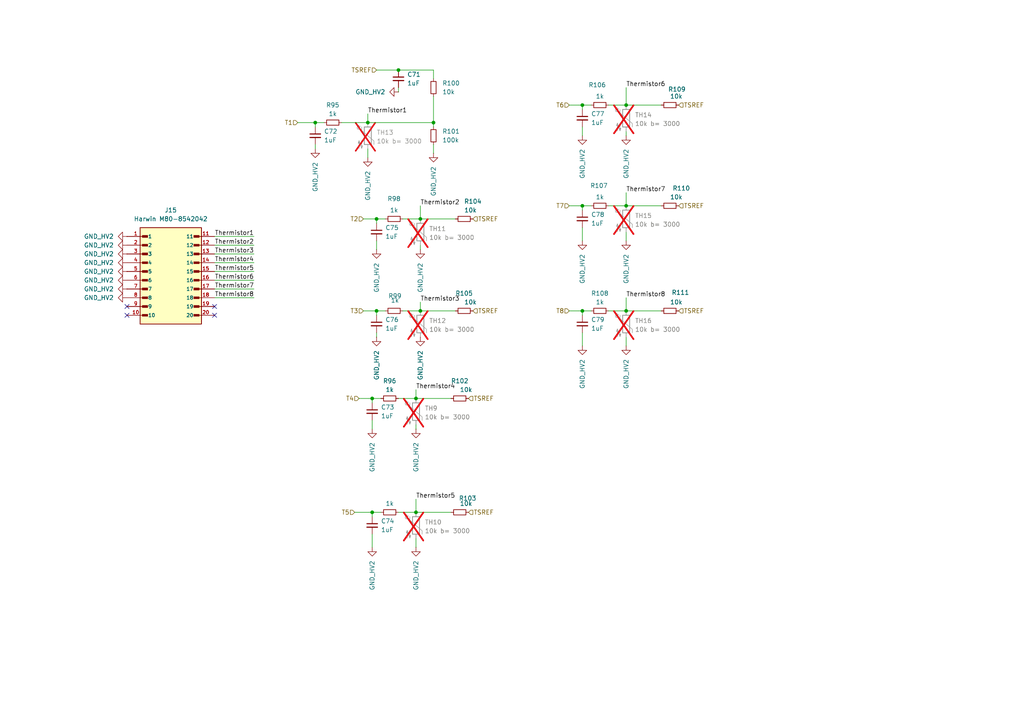
<source format=kicad_sch>
(kicad_sch (version 20231120) (generator "eeschema") (generator_version "8.0")
  (paper "A4")
  (lib_symbols
    (symbol "Device:C_Small" (pin_numbers hide) (pin_names (offset 0.254) hide)
      (property "Reference" "C" (at 0.254 1.778 0))
      (property "Value" "C_Small" (at 0.254 -2.032 0))
      (symbol "C_Small_0_1"
        (polyline (pts (xy -1.524 -0.508) (xy 1.524 -0.508)) (stroke (width 0.3302)))
        (polyline (pts (xy -1.524 0.508) (xy 1.524 0.508)) (stroke (width 0.3048)))
      )
      (symbol "C_Small_1_1"
        (pin passive line (at 0 2.54 270) (length 2.032) (name "~") (number "1"))
        (pin passive line (at 0 -2.54 90) (length 2.032) (name "~") (number "2"))
      )
    )
    (symbol "Device:R_Small" (pin_numbers hide) (pin_names (offset 0.254) hide)
      (property "Reference" "R" (at 0.762 0.508 0))
      (property "Value" "R_Small" (at 0.762 -1.016 0))
      (symbol "R_Small_0_1"
        (rectangle (start -0.762 1.778) (end 0.762 -1.778) (stroke (width 0.2032)))
      )
      (symbol "R_Small_1_1"
        (pin passive line (at 0 2.54 270) (length 0.762) (name "~") (number "1"))
        (pin passive line (at 0 -2.54 90) (length 0.762) (name "~") (number "2"))
      )
    )
    (symbol "Device:Thermistor_NTC" (pin_numbers hide) (pin_names (offset 0))
      (property "Reference" "TH" (at -4.445 0 90))
      (property "Value" "Thermistor_NTC" (at 3.175 0 90))
      (symbol "Thermistor_NTC_0_1"
        (arc (start -3.048 2.159) (mid -3.0495 2.3143) (end -3.175 2.413))
        (arc (start -3.048 2.159) (mid -2.9736 1.9794) (end -2.794 1.905))
        (arc (start -3.048 2.794) (mid -2.9736 2.6144) (end -2.794 2.54))
        (arc (start -2.794 1.905) (mid -2.6144 1.9794) (end -2.54 2.159))
        (arc (start -2.794 2.54) (mid -2.4393 2.5587) (end -2.159 2.794))
        (arc (start -2.794 3.048) (mid -2.9736 2.9736) (end -3.048 2.794))
        (arc (start -2.54 2.794) (mid -2.6144 2.9736) (end -2.794 3.048))
        (rectangle (start -1.016 2.54) (end 1.016 -2.54) (stroke (width 0.254)))
        (polyline (pts (xy -2.54 2.159) (xy -2.54 2.794)))
        (polyline (pts (xy -1.778 2.54) (xy -1.778 1.524) (xy 1.778 -1.524) (xy 1.778 -2.54)))
        (polyline (pts (xy -2.54 -3.683) (xy -2.54 -1.397) (xy -2.794 -2.159) (xy -2.286 -2.159) (xy -2.54 -1.397) (xy -2.54 -1.651)) (fill (type outline)))
        (polyline (pts (xy -1.778 -1.397) (xy -1.778 -3.683) (xy -2.032 -2.921) (xy -1.524 -2.921) (xy -1.778 -3.683) (xy -1.778 -3.429)) (fill (type outline)))
      )
      (symbol "Thermistor_NTC_1_1"
        (pin passive line (at 0 3.81 270) (length 1.27) (name "~") (number "1"))
        (pin passive line (at 0 -3.81 90) (length 1.27) (name "~") (number "2"))
      )
    )
    (symbol "M80-8542042:M80-8542042" (pin_names (offset 1.016))
      (property "Reference" "J" (at -9.39 15.24 0))
      (property "Value" "M80-8542042" (at -8.89 -15.24 0))
      (symbol "M80-8542042_0_0"
        (rectangle (start -8.89 -12.7) (end 8.89 15.24) (stroke (width 0.254)) (fill (type background)))
        (rectangle (start -8.255 -10.4775) (end -6.6675 -9.8425) (stroke (width 0.1)) (fill (type outline)))
        (rectangle (start -8.255 -7.9375) (end -6.6675 -7.3025) (stroke (width 0.1)) (fill (type outline)))
        (rectangle (start -8.255 -5.3975) (end -6.6675 -4.7625) (stroke (width 0.1)) (fill (type outline)))
        (rectangle (start -8.255 -2.8575) (end -6.6675 -2.2225) (stroke (width 0.1)) (fill (type outline)))
        (rectangle (start -8.255 -0.3175) (end -6.6675 0.3175) (stroke (width 0.1)) (fill (type outline)))
        (rectangle (start -8.255 2.2225) (end -6.6675 2.8575) (stroke (width 0.1)) (fill (type outline)))
        (rectangle (start -8.255 4.7625) (end -6.6675 5.3975) (stroke (width 0.1)) (fill (type outline)))
        (rectangle (start -8.255 7.3025) (end -6.6675 7.9375) (stroke (width 0.1)) (fill (type outline)))
        (rectangle (start -8.255 9.8425) (end -6.6675 10.4775) (stroke (width 0.1)) (fill (type outline)))
        (rectangle (start -8.255 12.3825) (end -6.6675 13.0175) (stroke (width 0.1)) (fill (type outline)))
        (rectangle (start 8.255 -10.4775) (end 6.6675 -9.8425) (stroke (width 0.1)) (fill (type outline)))
        (rectangle (start 8.255 -7.9375) (end 6.6675 -7.3025) (stroke (width 0.1)) (fill (type outline)))
        (rectangle (start 8.255 -5.3975) (end 6.6675 -4.7625) (stroke (width 0.1)) (fill (type outline)))
        (rectangle (start 8.255 -2.8575) (end 6.6675 -2.2225) (stroke (width 0.1)) (fill (type outline)))
        (rectangle (start 8.255 -0.3175) (end 6.6675 0.3175) (stroke (width 0.1)) (fill (type outline)))
        (rectangle (start 8.255 2.2225) (end 6.6675 2.8575) (stroke (width 0.1)) (fill (type outline)))
        (rectangle (start 8.255 4.7625) (end 6.6675 5.3975) (stroke (width 0.1)) (fill (type outline)))
        (rectangle (start 8.255 7.3025) (end 6.6675 7.9375) (stroke (width 0.1)) (fill (type outline)))
        (rectangle (start 8.255 9.8425) (end 6.6675 10.4775) (stroke (width 0.1)) (fill (type outline)))
        (rectangle (start 8.255 12.3825) (end 6.6675 13.0175) (stroke (width 0.1)) (fill (type outline)))
        (pin passive line (at -12.7 12.7 0) (length 5.08) (name "1") (number "1"))
        (pin passive line (at -12.7 -10.16 0) (length 5.08) (name "10") (number "10"))
        (pin passive line (at 12.7 12.7 180) (length 5.08) (name "11") (number "11"))
        (pin passive line (at 12.7 10.16 180) (length 5.08) (name "12") (number "12"))
        (pin passive line (at 12.7 7.62 180) (length 5.08) (name "13") (number "13"))
        (pin passive line (at 12.7 5.08 180) (length 5.08) (name "14") (number "14"))
        (pin passive line (at 12.7 2.54 180) (length 5.08) (name "15") (number "15"))
        (pin passive line (at 12.7 0 180) (length 5.08) (name "16") (number "16"))
        (pin passive line (at 12.7 -2.54 180) (length 5.08) (name "17") (number "17"))
        (pin passive line (at 12.7 -5.08 180) (length 5.08) (name "18") (number "18"))
        (pin passive line (at 12.7 -7.62 180) (length 5.08) (name "19") (number "19"))
        (pin passive line (at -12.7 10.16 0) (length 5.08) (name "2") (number "2"))
        (pin passive line (at 12.7 -10.16 180) (length 5.08) (name "20") (number "20"))
        (pin passive line (at -12.7 7.62 0) (length 5.08) (name "3") (number "3"))
        (pin passive line (at -12.7 5.08 0) (length 5.08) (name "4") (number "4"))
        (pin passive line (at -12.7 2.54 0) (length 5.08) (name "5") (number "5"))
        (pin passive line (at -12.7 0 0) (length 5.08) (name "6") (number "6"))
        (pin passive line (at -12.7 -2.54 0) (length 5.08) (name "7") (number "7"))
        (pin passive line (at -12.7 -5.08 0) (length 5.08) (name "8") (number "8"))
        (pin passive line (at -12.7 -7.62 0) (length 5.08) (name "9") (number "9"))
      )
    )
    (symbol "power:GND" (power) (pin_numbers hide) (pin_names (offset 0) hide)
      (property "Value" "GND" (at 0 -3.81 0))
      (symbol "GND_0_1"
        (polyline (pts (xy 0 0) (xy 0 -1.27) (xy 1.27 -1.27) (xy 0 -2.54) (xy -1.27 -1.27) (xy 0 -1.27)))
      )
      (symbol "GND_1_1"
        (pin power_in line (at 0 0 270) (length 0) (name "~") (number "1"))
      )
    )
  )
  (junction (at 181.61 90.17))
  (junction (at 121.92 63.5))
  (junction (at 168.91 90.17))
  (junction (at 115.57 20.32))
  (junction (at 120.65 115.57))
  (junction (at 181.61 59.69))
  (junction (at 168.91 59.69))
  (junction (at 106.68 35.56))
  (junction (at 109.22 63.5))
  (junction (at 181.61 30.48))
  (junction (at 109.22 90.17))
  (junction (at 120.65 148.59))
  (junction (at 91.44 35.56))
  (junction (at 168.91 30.48))
  (junction (at 107.95 115.57))
  (junction (at 121.92 90.17))
  (junction (at 125.73 35.56))
  (junction (at 107.95 148.59))
  (no_connect (at 36.83 88.9))
  (no_connect (at 36.83 91.44))
  (no_connect (at 62.23 88.9))
  (no_connect (at 62.23 91.44))
  (wire (pts (xy 181.61 30.48) (xy 191.77 30.48)))
  (wire (pts (xy 115.57 20.32) (xy 125.73 20.32)))
  (wire (pts (xy 181.61 90.17) (xy 191.77 90.17)))
  (wire (pts (xy 120.65 115.57) (xy 130.81 115.57)))
  (wire (pts (xy 171.45 30.48) (xy 168.91 30.48)))
  (wire (pts (xy 91.44 41.91) (xy 91.44 43.18)))
  (wire (pts (xy 62.23 86.36) (xy 73.66 86.36)))
  (wire (pts (xy 120.65 156.21) (xy 120.65 158.75)))
  (wire (pts (xy 62.23 68.58) (xy 73.66 68.58)))
  (wire (pts (xy 176.53 90.17) (xy 181.61 90.17)))
  (wire (pts (xy 168.91 30.48) (xy 168.91 31.75)))
  (wire (pts (xy 168.91 96.52) (xy 168.91 100.33)))
  (wire (pts (xy 99.06 35.56) (xy 106.68 35.56)))
  (wire (pts (xy 109.22 90.17) (xy 109.22 91.44)))
  (wire (pts (xy 102.87 148.59) (xy 107.95 148.59)))
  (wire (pts (xy 176.53 30.48) (xy 181.61 30.48)))
  (wire (pts (xy 62.23 73.66) (xy 73.66 73.66)))
  (wire (pts (xy 120.65 144.78) (xy 120.65 148.59)))
  (wire (pts (xy 73.66 76.2) (xy 62.23 76.2)))
  (wire (pts (xy 121.92 63.5) (xy 132.08 63.5)))
  (wire (pts (xy 181.61 25.4) (xy 181.61 30.48)))
  (wire (pts (xy 181.61 38.1) (xy 181.61 39.37)))
  (wire (pts (xy 121.92 71.12) (xy 121.92 72.39)))
  (wire (pts (xy 115.57 148.59) (xy 120.65 148.59)))
  (wire (pts (xy 62.23 81.28) (xy 73.66 81.28)))
  (wire (pts (xy 181.61 55.88) (xy 181.61 59.69)))
  (wire (pts (xy 171.45 59.69) (xy 168.91 59.69)))
  (wire (pts (xy 109.22 69.85) (xy 109.22 72.39)))
  (wire (pts (xy 107.95 121.92) (xy 107.95 124.46)))
  (wire (pts (xy 93.98 35.56) (xy 91.44 35.56)))
  (wire (pts (xy 110.49 115.57) (xy 107.95 115.57)))
  (wire (pts (xy 181.61 86.36) (xy 181.61 90.17)))
  (wire (pts (xy 62.23 78.74) (xy 73.66 78.74)))
  (wire (pts (xy 106.68 35.56) (xy 125.73 35.56)))
  (wire (pts (xy 120.65 113.03) (xy 120.65 115.57)))
  (wire (pts (xy 107.95 148.59) (xy 107.95 149.86)))
  (wire (pts (xy 168.91 36.83) (xy 168.91 39.37)))
  (wire (pts (xy 107.95 154.94) (xy 107.95 158.75)))
  (wire (pts (xy 86.36 35.56) (xy 91.44 35.56)))
  (wire (pts (xy 181.61 97.79) (xy 181.61 100.33)))
  (wire (pts (xy 181.61 67.31) (xy 181.61 69.85)))
  (wire (pts (xy 111.76 90.17) (xy 109.22 90.17)))
  (wire (pts (xy 105.41 90.17) (xy 109.22 90.17)))
  (wire (pts (xy 168.91 66.04) (xy 168.91 69.85)))
  (wire (pts (xy 109.22 20.32) (xy 115.57 20.32)))
  (wire (pts (xy 116.84 90.17) (xy 121.92 90.17)))
  (wire (pts (xy 111.76 63.5) (xy 109.22 63.5)))
  (wire (pts (xy 171.45 90.17) (xy 168.91 90.17)))
  (wire (pts (xy 121.92 90.17) (xy 132.08 90.17)))
  (wire (pts (xy 62.23 71.12) (xy 73.66 71.12)))
  (wire (pts (xy 106.68 43.18) (xy 106.68 45.72)))
  (wire (pts (xy 110.49 148.59) (xy 107.95 148.59)))
  (wire (pts (xy 176.53 59.69) (xy 181.61 59.69)))
  (wire (pts (xy 181.61 59.69) (xy 191.77 59.69)))
  (wire (pts (xy 121.92 87.63) (xy 121.92 90.17)))
  (wire (pts (xy 104.14 115.57) (xy 107.95 115.57)))
  (wire (pts (xy 91.44 35.56) (xy 91.44 36.83)))
  (wire (pts (xy 115.57 115.57) (xy 120.65 115.57)))
  (wire (pts (xy 168.91 59.69) (xy 168.91 60.96)))
  (wire (pts (xy 125.73 22.86) (xy 125.73 20.32)))
  (wire (pts (xy 62.23 83.82) (xy 73.66 83.82)))
  (wire (pts (xy 107.95 115.57) (xy 107.95 116.84)))
  (wire (pts (xy 165.1 59.69) (xy 168.91 59.69)))
  (wire (pts (xy 109.22 63.5) (xy 109.22 64.77)))
  (wire (pts (xy 168.91 90.17) (xy 168.91 91.44)))
  (wire (pts (xy 106.68 33.02) (xy 106.68 35.56)))
  (wire (pts (xy 116.84 63.5) (xy 121.92 63.5)))
  (wire (pts (xy 125.73 35.56) (xy 125.73 36.83)))
  (wire (pts (xy 115.57 26.67) (xy 115.57 25.4)))
  (wire (pts (xy 120.65 148.59) (xy 130.81 148.59)))
  (wire (pts (xy 125.73 27.94) (xy 125.73 35.56)))
  (wire (pts (xy 121.92 59.69) (xy 121.92 63.5)))
  (wire (pts (xy 165.1 90.17) (xy 168.91 90.17)))
  (wire (pts (xy 109.22 96.52) (xy 109.22 97.79)))
  (wire (pts (xy 105.41 63.5) (xy 109.22 63.5)))
  (wire (pts (xy 120.65 123.19) (xy 120.65 124.46)))
  (wire (pts (xy 125.73 41.91) (xy 125.73 44.45)))
  (wire (pts (xy 165.1 30.48) (xy 168.91 30.48)))
  (label "Thermistor7" (at 181.61 55.88 0))
  (label "Thermistor5" (at 73.66 78.74 180))
  (label "Thermistor8" (at 181.61 86.36 0))
  (label "Thermistor2" (at 121.92 59.69 0))
  (label "Thermistor6" (at 181.61 25.4 0))
  (label "Thermistor5" (at 120.65 144.78 0))
  (label "Thermistor1" (at 73.66 68.58 180))
  (label "Thermistor2" (at 73.66 71.12 180))
  (label "Thermistor4" (at 120.65 113.03 0))
  (label "Thermistor3" (at 73.66 73.66 180))
  (label "Thermistor3" (at 121.92 87.63 0))
  (label "Thermistor7" (at 73.66 83.82 180))
  (label "Thermistor6" (at 73.66 81.28 180))
  (label "Thermistor4" (at 73.66 76.2 180))
  (label "Thermistor8" (at 73.66 86.36 180))
  (label "Thermistor1" (at 106.68 33.02 0))
  (hierarchical_label "T5" (shape input) (at 102.87 148.59 180))
  (hierarchical_label "TSREF" (shape input) (at 109.22 20.32 180))
  (hierarchical_label "TSREF" (shape input) (at 135.89 115.57 0))
  (hierarchical_label "T4" (shape input) (at 104.14 115.57 180))
  (hierarchical_label "TSREF" (shape input) (at 196.85 90.17 0))
  (hierarchical_label "TSREF" (shape input) (at 137.16 63.5 0))
  (hierarchical_label "TSREF" (shape input) (at 135.89 148.59 0))
  (hierarchical_label "T3" (shape input) (at 105.41 90.17 180))
  (hierarchical_label "T8" (shape input) (at 165.1 90.17 180))
  (hierarchical_label "T6" (shape input) (at 165.1 30.48 180))
  (hierarchical_label "T2" (shape input) (at 105.41 63.5 180))
  (hierarchical_label "T7" (shape input) (at 165.1 59.69 180))
  (hierarchical_label "TSREF" (shape input) (at 196.85 30.48 0))
  (hierarchical_label "T1" (shape input) (at 86.36 35.56 180))
  (hierarchical_label "TSREF" (shape input) (at 137.16 90.17 0))
  (hierarchical_label "TSREF" (shape input) (at 196.85 59.69 0))
  (symbol (lib_id "power:GND") (at 181.61 69.85 0) (unit 1)
    (property "Reference" "#PWR082" (effects (hide yes)))
    (property "Value" "GND_HV2" (at 181.61 73.66 90) (effects (justify right)))
    (property "Description" "Power symbol creates a global label with name \"GND\" , ground" (effects (hide yes)))
  )
  (symbol (lib_id "power:GND") (at 91.44 43.18 0) (unit 1)
    (property "Reference" "#PWR067" (effects (hide yes)))
    (property "Value" "GND_HV2" (at 91.44 46.99 90) (effects (justify right)))
    (property "Description" "Power symbol creates a global label with name \"GND\" , ground" (effects (hide yes)))
  )
  (symbol (lib_id "Device:Thermistor_NTC") (at 181.61 63.5 0) (unit 1) (exclude_from_sim yes) (in_bom no) (on_board no) (dnp yes)
    (property "Reference" "TH15" (at 184.15 62.5474 0) (effects (justify left)))
    (property "Value" "10k b= 3000" (at 184.15 65.0874 0) (effects (justify left)))
    (property "Description" "Temperature dependent resistor, negative temperature coefficient" (effects (hide yes)))
  )
  (symbol (lib_id "Device:R_Small") (at 134.62 63.5 90) (unit 1)
    (property "Reference" "R104" (at 137.16 58.42 90))
    (property "Value" "10k" (at 134.62 60.96 90) (effects (justify right)))
    (property "Footprint" "Resistor_SMD:R_0603_1608Metric_Pad0.98x0.95mm_HandSolder" (effects (hide yes)))
    (property "Datasheet" "https://www.mouser.pl/ProductDetail/Vishay-Dale/CRCW060310K0FKEI?qs=sGAEpiMZZMvdGkrng054t8tsKUCh5%2FbYoR58PzIQdJA%3D" (effects (hide yes)))
    (property "Description" "Resistor, small symbol" (effects (hide yes)))
  )
  (symbol (lib_id "Device:C_Small") (at 168.91 63.5 0) (unit 1)
    (property "Reference" "C78" (at 171.45 62.2362 0) (effects (justify left)))
    (property "Value" "1uF" (at 171.45 64.7762 0) (effects (justify left)))
    (property "Footprint" "Capacitor_SMD:C_0603_1608Metric_Pad1.08x0.95mm_HandSolder" (effects (hide yes)))
    (property "Datasheet" "https://www.mouser.pl/ProductDetail/TAIYO-YUDEN/EMK107B7105MA8T?qs=sGAEpiMZZMsh%252B1woXyUXj30ZYomYlxpXD%252BuSrqeE39U%3D" (effects (hide yes)))
    (property "Description" "Unpolarized capacitor, small symbol" (effects (hide yes)))
  )
  (symbol (lib_id "Device:R_Small") (at 114.3 90.17 90) (unit 1)
    (property "Reference" "R99" (at 114.554 85.852 90))
    (property "Value" "1k" (at 114.554 87.122 90))
    (property "Footprint" "Resistor_SMD:R_0603_1608Metric_Pad0.98x0.95mm_HandSolder" (effects (hide yes)))
    (property "Datasheet" "https://www.mouser.pl/ProductDetail/Vishay-Dale/CRCW06031K00FKED?qs=sGAEpiMZZMvdGkrng054twKDKoBh%252BscnXZq73fPCFFuOJhiFMQpfiQ%3D%3D" (effects (hide yes)))
    (property "Description" "Resistor, small symbol" (effects (hide yes)))
  )
  (symbol (lib_id "power:GND") (at 109.22 97.79 0) (unit 1)
    (property "Reference" "#PWR071" (effects (hide yes)))
    (property "Value" "GND_HV2" (at 109.22 101.6 90) (effects (justify right)))
    (property "Description" "Power symbol creates a global label with name \"GND\" , ground" (effects (hide yes)))
  )
  (symbol (lib_id "power:GND") (at 106.68 45.72 0) (unit 1)
    (property "Reference" "#PWR077" (effects (hide yes)))
    (property "Value" "GND_HV2" (at 106.68 49.53 90) (effects (justify right)))
    (property "Description" "Power symbol creates a global label with name \"GND\" , ground" (effects (hide yes)))
  )
  (symbol (lib_id "power:GND") (at 168.91 39.37 0) (unit 1)
    (property "Reference" "#PWR078" (effects (hide yes)))
    (property "Value" "GND_HV2" (at 168.91 43.18 90) (effects (justify right)))
    (property "Description" "Power symbol creates a global label with name \"GND\" , ground" (effects (hide yes)))
  )
  (symbol (lib_id "Device:C_Small") (at 109.22 67.31 0) (unit 1)
    (property "Reference" "C75" (at 111.76 66.0462 0) (effects (justify left)))
    (property "Value" "1uF" (at 111.76 68.5862 0) (effects (justify left)))
    (property "Footprint" "Capacitor_SMD:C_0603_1608Metric_Pad1.08x0.95mm_HandSolder" (effects (hide yes)))
    (property "Datasheet" "https://www.mouser.pl/ProductDetail/TAIYO-YUDEN/EMK107B7105MA8T?qs=sGAEpiMZZMsh%252B1woXyUXj30ZYomYlxpXD%252BuSrqeE39U%3D" (effects (hide yes)))
    (property "Description" "Unpolarized capacitor, small symbol" (effects (hide yes)))
  )
  (symbol (lib_id "power:GND") (at 36.83 68.58 270) (unit 1)
    (property "Reference" "#PWR0137" (effects (hide yes)))
    (property "Value" "GND_HV2" (at 33.02 68.58 90) (effects (justify right)))
    (property "Description" "Power symbol creates a global label with name \"GND\" , ground" (effects (hide yes)))
  )
  (symbol (lib_id "Device:Thermistor_NTC") (at 120.65 119.38 0) (unit 1) (exclude_from_sim yes) (in_bom no) (on_board no) (dnp yes)
    (property "Reference" "TH9" (at 123.19 118.4274 0) (effects (justify left)))
    (property "Value" "10k b= 3000" (at 123.19 120.9674 0) (effects (justify left)))
    (property "Description" "Temperature dependent resistor, negative temperature coefficient" (effects (hide yes)))
  )
  (symbol (lib_id "Device:C_Small") (at 109.22 93.98 0) (unit 1)
    (property "Reference" "C76" (at 111.76 92.7162 0) (effects (justify left)))
    (property "Value" "1uF" (at 111.76 95.2562 0) (effects (justify left)))
    (property "Footprint" "Capacitor_SMD:C_0603_1608Metric_Pad1.08x0.95mm_HandSolder" (effects (hide yes)))
    (property "Datasheet" "https://www.mouser.pl/ProductDetail/TAIYO-YUDEN/EMK107B7105MA8T?qs=sGAEpiMZZMsh%252B1woXyUXj30ZYomYlxpXD%252BuSrqeE39U%3D" (effects (hide yes)))
    (property "Description" "Unpolarized capacitor, small symbol" (effects (hide yes)))
  )
  (symbol (lib_id "Device:R_Small") (at 133.35 148.59 90) (unit 1)
    (property "Reference" "R103" (at 135.636 144.526 90))
    (property "Value" "10k" (at 133.35 146.05 90) (effects (justify right)))
    (property "Footprint" "Resistor_SMD:R_0603_1608Metric_Pad0.98x0.95mm_HandSolder" (effects (hide yes)))
    (property "Datasheet" "https://www.mouser.pl/ProductDetail/Vishay-Dale/CRCW060310K0FKEI?qs=sGAEpiMZZMvdGkrng054t8tsKUCh5%2FbYoR58PzIQdJA%3D" (effects (hide yes)))
    (property "Description" "Resistor, small symbol" (effects (hide yes)))
  )
  (symbol (lib_id "Device:C_Small") (at 107.95 152.4 0) (unit 1)
    (property "Reference" "C74" (at 110.49 151.1362 0) (effects (justify left)))
    (property "Value" "1uF" (at 110.49 153.6762 0) (effects (justify left)))
    (property "Footprint" "Capacitor_SMD:C_0603_1608Metric_Pad1.08x0.95mm_HandSolder" (effects (hide yes)))
    (property "Datasheet" "https://www.mouser.pl/ProductDetail/TAIYO-YUDEN/EMK107B7105MA8T?qs=sGAEpiMZZMsh%252B1woXyUXj30ZYomYlxpXD%252BuSrqeE39U%3D" (effects (hide yes)))
    (property "Description" "Unpolarized capacitor, small symbol" (effects (hide yes)))
  )
  (symbol (lib_id "Device:R_Small") (at 194.31 30.48 90) (unit 1)
    (property "Reference" "R109" (at 196.342 25.908 90))
    (property "Value" "10k" (at 194.31 27.94 90) (effects (justify right)))
    (property "Footprint" "Resistor_SMD:R_0603_1608Metric_Pad0.98x0.95mm_HandSolder" (effects (hide yes)))
    (property "Datasheet" "https://www.mouser.pl/ProductDetail/Vishay-Dale/CRCW060310K0FKEI?qs=sGAEpiMZZMvdGkrng054t8tsKUCh5%2FbYoR58PzIQdJA%3D" (effects (hide yes)))
    (property "Description" "Resistor, small symbol" (effects (hide yes)))
  )
  (symbol (lib_id "power:GND") (at 181.61 100.33 0) (unit 1)
    (property "Reference" "#PWR083" (effects (hide yes)))
    (property "Value" "GND_HV2" (at 181.61 104.14 90) (effects (justify right)))
    (property "Description" "Power symbol creates a global label with name \"GND\" , ground" (effects (hide yes)))
  )
  (symbol (lib_id "Device:C_Small") (at 107.95 119.38 0) (unit 1)
    (property "Reference" "C73" (at 110.49 118.1162 0) (effects (justify left)))
    (property "Value" "1uF" (at 110.49 120.6562 0) (effects (justify left)))
    (property "Footprint" "Capacitor_SMD:C_0603_1608Metric_Pad1.08x0.95mm_HandSolder" (effects (hide yes)))
    (property "Datasheet" "https://www.mouser.pl/ProductDetail/TAIYO-YUDEN/EMK107B7105MA8T?qs=sGAEpiMZZMsh%252B1woXyUXj30ZYomYlxpXD%252BuSrqeE39U%3D" (effects (hide yes)))
    (property "Description" "Unpolarized capacitor, small symbol" (effects (hide yes)))
  )
  (symbol (lib_id "Device:R_Small") (at 173.99 90.17 90) (unit 1)
    (property "Reference" "R108" (at 173.99 85.09 90))
    (property "Value" "1k" (at 173.99 87.63 90))
    (property "Footprint" "Resistor_SMD:R_0603_1608Metric_Pad0.98x0.95mm_HandSolder" (effects (hide yes)))
    (property "Datasheet" "https://www.mouser.pl/ProductDetail/Vishay-Dale/CRCW06031K00FKED?qs=sGAEpiMZZMvdGkrng054twKDKoBh%252BscnXZq73fPCFFuOJhiFMQpfiQ%3D%3D" (effects (hide yes)))
    (property "Description" "Resistor, small symbol" (effects (hide yes)))
  )
  (symbol (lib_id "Device:C_Small") (at 115.57 22.86 0) (unit 1)
    (property "Reference" "C71" (at 118.11 21.5962 0) (effects (justify left)))
    (property "Value" "1uF" (at 118.11 24.1362 0) (effects (justify left)))
    (property "Footprint" "Capacitor_SMD:C_0603_1608Metric_Pad1.08x0.95mm_HandSolder" (effects (hide yes)))
    (property "Datasheet" "https://www.mouser.pl/ProductDetail/TAIYO-YUDEN/EMK107B7105MA8T?qs=sGAEpiMZZMsh%252B1woXyUXj30ZYomYlxpXD%252BuSrqeE39U%3D" (effects (hide yes)))
    (property "Description" "Unpolarized capacitor, small symbol" (effects (hide yes)))
  )
  (symbol (lib_id "Device:Thermistor_NTC") (at 121.92 67.31 0) (unit 1) (exclude_from_sim yes) (in_bom no) (on_board no) (dnp yes)
    (property "Reference" "TH11" (at 124.46 66.3574 0) (effects (justify left)))
    (property "Value" "10k b= 3000" (at 124.46 68.8974 0) (effects (justify left)))
    (property "Description" "Temperature dependent resistor, negative temperature coefficient" (effects (hide yes)))
  )
  (symbol (lib_id "Device:R_Small") (at 113.03 115.57 90) (unit 1)
    (property "Reference" "R96" (at 113.03 110.49 90))
    (property "Value" "1k" (at 113.03 113.03 90))
    (property "Footprint" "Resistor_SMD:R_0603_1608Metric_Pad0.98x0.95mm_HandSolder" (effects (hide yes)))
    (property "Datasheet" "https://www.mouser.pl/ProductDetail/Vishay-Dale/CRCW06031K00FKED?qs=sGAEpiMZZMvdGkrng054twKDKoBh%252BscnXZq73fPCFFuOJhiFMQpfiQ%3D%3D" (effects (hide yes)))
    (property "Description" "Resistor, small symbol" (effects (hide yes)))
  )
  (symbol (lib_id "Device:R_Small") (at 113.03 148.59 90) (unit 1)
    (property "Reference" "R97" (effects (hide yes)))
    (property "Value" "1k" (at 113.03 146.05 90))
    (property "Footprint" "Resistor_SMD:R_0603_1608Metric_Pad0.98x0.95mm_HandSolder" (effects (hide yes)))
    (property "Datasheet" "https://www.mouser.pl/ProductDetail/Vishay-Dale/CRCW06031K00FKED?qs=sGAEpiMZZMvdGkrng054twKDKoBh%252BscnXZq73fPCFFuOJhiFMQpfiQ%3D%3D" (effects (hide yes)))
    (property "Description" "Resistor, small symbol" (effects (hide yes)))
  )
  (symbol (lib_id "Device:R_Small") (at 194.31 59.69 90) (unit 1)
    (property "Reference" "R110" (at 197.612 54.61 90))
    (property "Value" "10k" (at 194.31 57.15 90) (effects (justify right)))
    (property "Footprint" "Resistor_SMD:R_0603_1608Metric_Pad0.98x0.95mm_HandSolder" (effects (hide yes)))
    (property "Datasheet" "https://www.mouser.pl/ProductDetail/Vishay-Dale/CRCW060310K0FKEI?qs=sGAEpiMZZMvdGkrng054t8tsKUCh5%2FbYoR58PzIQdJA%3D" (effects (hide yes)))
    (property "Description" "Resistor, small symbol" (effects (hide yes)))
  )
  (symbol (lib_id "Device:C_Small") (at 91.44 39.37 0) (unit 1)
    (property "Reference" "C72" (at 93.98 38.1062 0) (effects (justify left)))
    (property "Value" "1uF" (at 93.98 40.6462 0) (effects (justify left)))
    (property "Footprint" "Capacitor_SMD:C_0603_1608Metric_Pad1.08x0.95mm_HandSolder" (effects (hide yes)))
    (property "Datasheet" "https://www.mouser.pl/ProductDetail/TAIYO-YUDEN/EMK107B7105MA8T?qs=sGAEpiMZZMsh%252B1woXyUXj30ZYomYlxpXD%252BuSrqeE39U%3D" (effects (hide yes)))
    (property "Description" "Unpolarized capacitor, small symbol" (effects (hide yes)))
  )
  (symbol (lib_id "Device:R_Small") (at 194.31 90.17 90) (unit 1)
    (property "Reference" "R111" (at 197.358 84.836 90))
    (property "Value" "10k" (at 194.31 87.63 90) (effects (justify right)))
    (property "Footprint" "Resistor_SMD:R_0603_1608Metric_Pad0.98x0.95mm_HandSolder" (effects (hide yes)))
    (property "Datasheet" "https://www.mouser.pl/ProductDetail/Vishay-Dale/CRCW060310K0FKEI?qs=sGAEpiMZZMvdGkrng054t8tsKUCh5%2FbYoR58PzIQdJA%3D" (effects (hide yes)))
    (property "Description" "Resistor, small symbol" (effects (hide yes)))
  )
  (symbol (lib_id "Device:R_Small") (at 114.3 63.5 90) (unit 1)
    (property "Reference" "R98" (at 114.3 57.658 90))
    (property "Value" "1k" (at 114.3 60.96 90))
    (property "Footprint" "Resistor_SMD:R_0603_1608Metric_Pad0.98x0.95mm_HandSolder" (effects (hide yes)))
    (property "Datasheet" "https://www.mouser.pl/ProductDetail/Vishay-Dale/CRCW06031K00FKED?qs=sGAEpiMZZMvdGkrng054twKDKoBh%252BscnXZq73fPCFFuOJhiFMQpfiQ%3D%3D" (effects (hide yes)))
    (property "Description" "Resistor, small symbol" (effects (hide yes)))
  )
  (symbol (lib_id "power:GND") (at 125.73 44.45 0) (unit 1)
    (property "Reference" "#PWR072" (effects (hide yes)))
    (property "Value" "GND_HV2" (at 125.73 48.26 90) (effects (justify right)))
    (property "Description" "Power symbol creates a global label with name \"GND\" , ground" (effects (hide yes)))
  )
  (symbol (lib_id "power:GND") (at 121.92 72.39 0) (unit 1)
    (property "Reference" "#PWR075" (effects (hide yes)))
    (property "Value" "GND_HV2" (at 121.92 76.2 90) (effects (justify right)))
    (property "Description" "Power symbol creates a global label with name \"GND\" , ground" (effects (hide yes)))
  )
  (symbol (lib_id "power:GND") (at 107.95 158.75 0) (unit 1)
    (property "Reference" "#PWR069" (effects (hide yes)))
    (property "Value" "GND_HV2" (at 107.95 162.56 90) (effects (justify right)))
    (property "Description" "Power symbol creates a global label with name \"GND\" , ground" (effects (hide yes)))
  )
  (symbol (lib_id "power:GND") (at 181.61 39.37 0) (unit 1)
    (property "Reference" "#PWR081" (effects (hide yes)))
    (property "Value" "GND_HV2" (at 181.61 43.18 90) (effects (justify right)))
    (property "Description" "Power symbol creates a global label with name \"GND\" , ground" (effects (hide yes)))
  )
  (symbol (lib_id "Device:C_Small") (at 168.91 93.98 0) (unit 1)
    (property "Reference" "C79" (at 171.45 92.7162 0) (effects (justify left)))
    (property "Value" "1uF" (at 171.45 95.2562 0) (effects (justify left)))
    (property "Footprint" "Capacitor_SMD:C_0603_1608Metric_Pad1.08x0.95mm_HandSolder" (effects (hide yes)))
    (property "Datasheet" "https://www.mouser.pl/ProductDetail/TAIYO-YUDEN/EMK107B7105MA8T?qs=sGAEpiMZZMsh%252B1woXyUXj30ZYomYlxpXD%252BuSrqeE39U%3D" (effects (hide yes)))
    (property "Description" "Unpolarized capacitor, small symbol" (effects (hide yes)))
  )
  (symbol (lib_id "Device:C_Small") (at 168.91 34.29 0) (unit 1)
    (property "Reference" "C77" (at 171.45 33.0262 0) (effects (justify left)))
    (property "Value" "1uF" (at 171.45 35.5662 0) (effects (justify left)))
    (property "Footprint" "Capacitor_SMD:C_0603_1608Metric_Pad1.08x0.95mm_HandSolder" (effects (hide yes)))
    (property "Datasheet" "https://www.mouser.pl/ProductDetail/TAIYO-YUDEN/EMK107B7105MA8T?qs=sGAEpiMZZMsh%252B1woXyUXj30ZYomYlxpXD%252BuSrqeE39U%3D" (effects (hide yes)))
    (property "Description" "Unpolarized capacitor, small symbol" (effects (hide yes)))
  )
  (symbol (lib_id "M80-8542042:M80-8542042") (at 49.53 81.28 0) (unit 1)
    (property "Reference" "J15" (at 49.53 60.96 0))
    (property "Value" "Harwin M80-8542042" (at 49.53 63.5 0))
    (property "Footprint" "footrpint:HARWIN_M80-8542042" (effects (hide yes)))
    (property "Datasheet" "https://www.harwin.com/products/M80-8542042" (effects (hide yes)))
    (property "MANUFACTURER" "HARWIN" (effects (hide yes)))
  )
  (symbol (lib_id "power:GND") (at 121.92 97.79 0) (unit 1)
    (property "Reference" "#PWR076" (effects (hide yes)))
    (property "Value" "GND_HV2" (at 121.92 101.6 90) (effects (justify right)))
    (property "Description" "Power symbol creates a global label with name \"GND\" , ground" (effects (hide yes)))
  )
  (symbol (lib_id "power:GND") (at 120.65 124.46 0) (unit 1)
    (property "Reference" "#PWR073" (effects (hide yes)))
    (property "Value" "GND_HV2" (at 120.65 128.27 90) (effects (justify right)))
    (property "Description" "Power symbol creates a global label with name \"GND\" , ground" (effects (hide yes)))
  )
  (symbol (lib_id "power:GND") (at 109.22 72.39 0) (unit 1)
    (property "Reference" "#PWR070" (effects (hide yes)))
    (property "Value" "GND_HV2" (at 109.22 76.2 90) (effects (justify right)))
    (property "Description" "Power symbol creates a global label with name \"GND\" , ground" (effects (hide yes)))
  )
  (symbol (lib_id "power:GND") (at 107.95 124.46 0) (unit 1)
    (property "Reference" "#PWR068" (effects (hide yes)))
    (property "Value" "GND_HV2" (at 107.95 128.27 90) (effects (justify right)))
    (property "Description" "Power symbol creates a global label with name \"GND\" , ground" (effects (hide yes)))
  )
  (symbol (lib_id "power:GND") (at 115.57 26.67 270) (unit 1)
    (property "Reference" "#PWR066" (effects (hide yes)))
    (property "Value" "GND_HV2" (at 111.76 26.67 90) (effects (justify right)))
    (property "Description" "Power symbol creates a global label with name \"GND\" , ground" (effects (hide yes)))
  )
  (symbol (lib_id "Device:R_Small") (at 134.62 90.17 90) (unit 1)
    (property "Reference" "R105" (at 134.62 85.09 90))
    (property "Value" "10k" (at 134.62 87.63 90) (effects (justify right)))
    (property "Footprint" "Resistor_SMD:R_0603_1608Metric_Pad0.98x0.95mm_HandSolder" (effects (hide yes)))
    (property "Datasheet" "https://www.mouser.pl/ProductDetail/Vishay-Dale/CRCW060310K0FKEI?qs=sGAEpiMZZMvdGkrng054t8tsKUCh5%2FbYoR58PzIQdJA%3D" (effects (hide yes)))
    (property "Description" "Resistor, small symbol" (effects (hide yes)))
  )
  (symbol (lib_id "power:GND") (at 36.83 71.12 270) (unit 1)
    (property "Reference" "#PWR0138" (effects (hide yes)))
    (property "Value" "GND_HV2" (at 33.02 71.12 90) (effects (justify right)))
    (property "Description" "Power symbol creates a global label with name \"GND\" , ground" (effects (hide yes)))
  )
  (symbol (lib_id "Device:R_Small") (at 133.35 115.57 90) (unit 1)
    (property "Reference" "R102" (at 133.35 110.49 90))
    (property "Value" "10k" (at 133.35 113.03 90) (effects (justify right)))
    (property "Footprint" "Resistor_SMD:R_0603_1608Metric_Pad0.98x0.95mm_HandSolder" (effects (hide yes)))
    (property "Datasheet" "https://www.mouser.pl/ProductDetail/Vishay-Dale/CRCW060310K0FKEI?qs=sGAEpiMZZMvdGkrng054t8tsKUCh5%2FbYoR58PzIQdJA%3D" (effects (hide yes)))
    (property "Description" "Resistor, small symbol" (effects (hide yes)))
  )
  (symbol (lib_id "Device:Thermistor_NTC") (at 121.92 93.98 0) (unit 1) (exclude_from_sim yes) (in_bom no) (on_board no) (dnp yes)
    (property "Reference" "TH12" (at 124.46 93.0274 0) (effects (justify left)))
    (property "Value" "10k b= 3000" (at 124.46 95.5674 0) (effects (justify left)))
    (property "Description" "Temperature dependent resistor, negative temperature coefficient" (effects (hide yes)))
  )
  (symbol (lib_id "Device:R_Small") (at 173.99 30.48 90) (unit 1)
    (property "Reference" "R106" (at 173.228 24.638 90))
    (property "Value" "1k" (at 173.99 27.94 90))
    (property "Footprint" "Resistor_SMD:R_0603_1608Metric_Pad0.98x0.95mm_HandSolder" (effects (hide yes)))
    (property "Datasheet" "https://www.mouser.pl/ProductDetail/Vishay-Dale/CRCW06031K00FKED?qs=sGAEpiMZZMvdGkrng054twKDKoBh%252BscnXZq73fPCFFuOJhiFMQpfiQ%3D%3D" (effects (hide yes)))
    (property "Description" "Resistor, small symbol" (effects (hide yes)))
  )
  (symbol (lib_id "Device:R_Small") (at 125.73 25.4 0) (unit 1)
    (property "Reference" "R100" (at 128.27 24.1299 0) (effects (justify left)))
    (property "Value" "10k" (at 128.27 26.6699 0) (effects (justify left)))
    (property "Footprint" "Resistor_SMD:R_0603_1608Metric_Pad0.98x0.95mm_HandSolder" (effects (hide yes)))
    (property "Datasheet" "https://www.mouser.pl/ProductDetail/Vishay-Dale/CRCW060310K0FKEI?qs=sGAEpiMZZMvdGkrng054t8tsKUCh5%2FbYoR58PzIQdJA%3D" (effects (hide yes)))
    (property "Description" "Resistor, small symbol" (effects (hide yes)))
  )
  (symbol (lib_id "power:GND") (at 168.91 69.85 0) (unit 1)
    (property "Reference" "#PWR079" (effects (hide yes)))
    (property "Value" "GND_HV2" (at 168.91 73.66 90) (effects (justify right)))
    (property "Description" "Power symbol creates a global label with name \"GND\" , ground" (effects (hide yes)))
  )
  (symbol (lib_id "power:GND") (at 36.83 76.2 270) (unit 1)
    (property "Reference" "#PWR0140" (effects (hide yes)))
    (property "Value" "GND_HV2" (at 33.02 76.2 90) (effects (justify right)))
    (property "Description" "Power symbol creates a global label with name \"GND\" , ground" (effects (hide yes)))
  )
  (symbol (lib_id "power:GND") (at 36.83 78.74 270) (unit 1)
    (property "Reference" "#PWR0141" (effects (hide yes)))
    (property "Value" "GND_HV2" (at 33.02 78.74 90) (effects (justify right)))
    (property "Description" "Power symbol creates a global label with name \"GND\" , ground" (effects (hide yes)))
  )
  (symbol (lib_id "power:GND") (at 36.83 73.66 270) (unit 1)
    (property "Reference" "#PWR0139" (effects (hide yes)))
    (property "Value" "GND_HV2" (at 33.02 73.66 90) (effects (justify right)))
    (property "Description" "Power symbol creates a global label with name \"GND\" , ground" (effects (hide yes)))
  )
  (symbol (lib_id "Device:Thermistor_NTC") (at 106.68 39.37 0) (unit 1) (exclude_from_sim yes) (in_bom no) (on_board no) (dnp yes)
    (property "Reference" "TH13" (at 109.22 38.4174 0) (effects (justify left)))
    (property "Value" "10k b= 3000" (at 109.22 40.9574 0) (effects (justify left)))
    (property "Description" "Temperature dependent resistor, negative temperature coefficient" (effects (hide yes)))
  )
  (symbol (lib_id "power:GND") (at 36.83 83.82 270) (unit 1)
    (property "Reference" "#PWR0143" (effects (hide yes)))
    (property "Value" "GND_HV2" (at 33.02 83.82 90) (effects (justify right)))
    (property "Description" "Power symbol creates a global label with name \"GND\" , ground" (effects (hide yes)))
  )
  (symbol (lib_id "Device:Thermistor_NTC") (at 181.61 93.98 0) (unit 1) (exclude_from_sim yes) (in_bom no) (on_board no) (dnp yes)
    (property "Reference" "TH16" (at 184.15 93.0274 0) (effects (justify left)))
    (property "Value" "10k b= 3000" (at 184.15 95.5674 0) (effects (justify left)))
    (property "Description" "Temperature dependent resistor, negative temperature coefficient" (effects (hide yes)))
  )
  (symbol (lib_id "power:GND") (at 168.91 100.33 0) (unit 1)
    (property "Reference" "#PWR080" (effects (hide yes)))
    (property "Value" "GND_HV2" (at 168.91 104.14 90) (effects (justify right)))
    (property "Description" "Power symbol creates a global label with name \"GND\" , ground" (effects (hide yes)))
  )
  (symbol (lib_id "Device:Thermistor_NTC") (at 181.61 34.29 0) (unit 1) (exclude_from_sim yes) (in_bom no) (on_board no) (dnp yes)
    (property "Reference" "TH14" (at 184.15 33.3374 0) (effects (justify left)))
    (property "Value" "10k b= 3000" (at 184.15 35.8774 0) (effects (justify left)))
    (property "Description" "Temperature dependent resistor, negative temperature coefficient" (effects (hide yes)))
  )
  (symbol (lib_id "power:GND") (at 120.65 158.75 0) (unit 1)
    (property "Reference" "#PWR074" (effects (hide yes)))
    (property "Value" "GND_HV2" (at 120.65 162.56 90) (effects (justify right)))
    (property "Description" "Power symbol creates a global label with name \"GND\" , ground" (effects (hide yes)))
  )
  (symbol (lib_id "Device:R_Small") (at 173.99 59.69 90) (unit 1)
    (property "Reference" "R107" (at 173.736 53.848 90))
    (property "Value" "1k" (at 173.99 57.15 90))
    (property "Footprint" "Resistor_SMD:R_0603_1608Metric_Pad0.98x0.95mm_HandSolder" (effects (hide yes)))
    (property "Datasheet" "https://www.mouser.pl/ProductDetail/Vishay-Dale/CRCW06031K00FKED?qs=sGAEpiMZZMvdGkrng054twKDKoBh%252BscnXZq73fPCFFuOJhiFMQpfiQ%3D%3D" (effects (hide yes)))
    (property "Description" "Resistor, small symbol" (effects (hide yes)))
  )
  (symbol (lib_id "power:GND") (at 36.83 86.36 270) (unit 1)
    (property "Reference" "#PWR0144" (effects (hide yes)))
    (property "Value" "GND_HV2" (at 33.02 86.36 90) (effects (justify right)))
    (property "Description" "Power symbol creates a global label with name \"GND\" , ground" (effects (hide yes)))
  )
  (symbol (lib_id "power:GND") (at 36.83 81.28 270) (unit 1)
    (property "Reference" "#PWR0142" (effects (hide yes)))
    (property "Value" "GND_HV2" (at 33.02 81.28 90) (effects (justify right)))
    (property "Description" "Power symbol creates a global label with name \"GND\" , ground" (effects (hide yes)))
  )
  (symbol (lib_id "Device:Thermistor_NTC") (at 120.65 152.4 0) (unit 1) (exclude_from_sim yes) (in_bom no) (on_board no) (dnp yes)
    (property "Reference" "TH10" (at 123.19 151.4474 0) (effects (justify left)))
    (property "Value" "10k b= 3000" (at 123.19 153.9874 0) (effects (justify left)))
    (property "Description" "Temperature dependent resistor, negative temperature coefficient" (effects (hide yes)))
  )
  (symbol (lib_id "Device:R_Small") (at 96.52 35.56 90) (unit 1)
    (property "Reference" "R95" (at 96.52 30.48 90))
    (property "Value" "1k" (at 96.52 33.02 90))
    (property "Footprint" "Resistor_SMD:R_0603_1608Metric_Pad0.98x0.95mm_HandSolder" (effects (hide yes)))
    (property "Datasheet" "https://www.mouser.pl/ProductDetail/Vishay-Dale/CRCW06031K00FKED?qs=sGAEpiMZZMvdGkrng054twKDKoBh%252BscnXZq73fPCFFuOJhiFMQpfiQ%3D%3D" (effects (hide yes)))
    (property "Description" "Resistor, small symbol" (effects (hide yes)))
  )
  (symbol (lib_id "Device:R_Small") (at 125.73 39.37 0) (unit 1)
    (property "Reference" "R101" (at 128.27 38.0999 0) (effects (justify left)))
    (property "Value" "100k" (at 128.27 40.6399 0) (effects (justify left)))
    (property "Footprint" "Resistor_SMD:R_0603_1608Metric_Pad0.98x0.95mm_HandSolder" (effects (hide yes)))
    (property "Datasheet" "https://www.mouser.pl/ProductDetail/Panasonic/ERA-3AED104V?qs=sGAEpiMZZMvdGkrng054t5mej2KPdPuFer%252BmkwOaGAY%3D" (effects (hide yes)))
    (property "Description" "Resistor, small symbol" (effects (hide yes)))
  )
)
</source>
